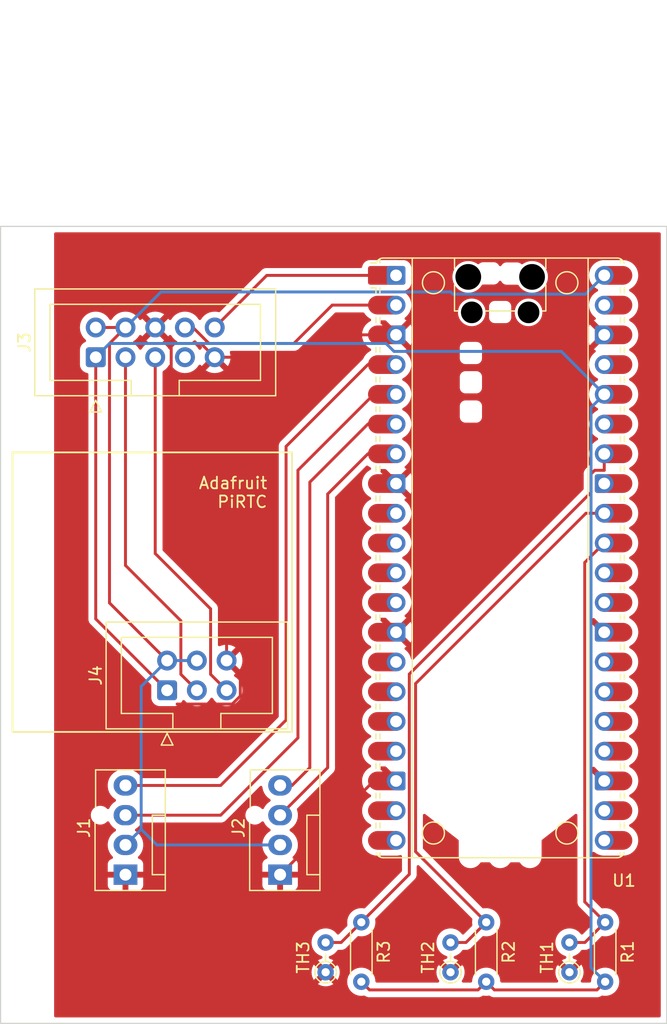
<source format=kicad_pcb>
(kicad_pcb (version 20221018) (generator pcbnew)
  (layers (0 "F.Cu" signal) (31 "B.Cu" signal) (34 "B.Paste" user) (35 "F.Paste" user) (36 "B.SilkS" user "B.Silkscreen") (37 "F.SilkS" user "F.Silkscreen") (38 "B.Mask" user) (39 "F.Mask" user) (44 "Edge.Cuts" user))
  (net 0 "")
  (net 1 "Earth")
  (net 2 "+5V")
  (net 3 "/J1_Tach")
  (net 4 "/J1_PWM")
  (net 5 "/J2_Tach")
  (net 6 "/J2_PWM")
  (net 7 "+3.3V")
  (net 8 "/I2C_Data")
  (net 9 "/I2C_Clock")
  (net 11 "/UART - Pi -> Pico")
  (net 12 "/UART - Pico -> Pi")
  (net 13 "/Temp3")
  (net 14 "/Temp1")
  (net 15 "/Temp2")
  (footprint "Module_RaspberryPi_Pico:RaspberryPi_Pico_Common" (layer "F.Cu") (at 116.84 88.767)
    (fp_text reference "U1" (at 9.476 27.565 unlocked) (layer "F.SilkS") (effects (justify left)))
    (fp_text value "RaspberryPi_Pico")
    (pad "" np_thru_hole circle (at -2.725 -24) (size 2.2 2.2) (drill 2.2) (layers "*.Mask"))
    (pad "" np_thru_hole circle (at -2.425 -20.97) (size 1.85 1.85) (drill 1.85) (layers "*.Mask"))
    (pad "" np_thru_hole circle (at 2.425 -20.97) (size 1.85 1.85) (drill 1.85) (layers "*.Mask"))
    (pad "" np_thru_hole circle (at 2.725 -24) (size 2.2 2.2) (drill 2.2) (layers "*.Mask"))
    (pad "1" thru_hole roundrect (at -8.89 -24.13) (size 1.6 1.6) (drill 1) (layers "*.Mask" "F.Cu" "In1.Cu" "B.Cu") (roundrect_rratio 0.125) (net 12 "/UART - Pico -> Pi"))
    (pad "1" smd custom (at -8.89 -24.13) (size 1.6 1.6) (layers "F.Cu" "F.Mask") (net 12 "/UART - Pico -> Pi") (options (clearance outline) (anchor circle)) (primitives (gr_poly (pts (xy -2.4 0.6) (xy -2.4 -0.6) (xy -2.2 -0.8) (xy 0 -0.8) (xy 0 0.8) (xy -2.2 0.8)) (width 0) (fill yes)) (gr_circle (center -2.2 0.6) (end -2 0.6) (width 0) (fill yes)) (gr_circle (center -2.2 -0.6) (end -2 -0.6) (width 0) (fill yes))))
    (pad "2" thru_hole circle (at -8.89 -21.59) (size 1.6 1.6) (drill 1) (layers "*.Mask" "F.Cu" "In1.Cu" "B.Cu") (net 11 "/UART - Pi -> Pico"))
    (pad "2" smd roundrect (at -8.89 -21.59) (size 3.2 1.6) (drill (offset -0.8 0)) (layers "F.Cu" "F.Mask") (roundrect_rratio 0.5) (net 11 "/UART - Pi -> Pico"))
    (pad "3" thru_hole custom (at -8.89 -19.05) (size 1.6 1.6) (drill 1) (layers "*.Mask" "F.Cu" "In1.Cu" "B.Cu") (net 1 "Earth") (options (clearance outline) (anchor circle)) (primitives (gr_poly (pts (xy 0.8 0.6) (xy 0.8 -0.6) (xy 0.6 -0.8) (xy 0 -0.8) (xy 0 0.8) (xy 0.6 0.8)) (width 0) (fill yes)) (gr_circle (center 0.6 0.6) (end 0.8 0.6) (width 0) (fill yes)) (gr_circle (center 0.6 -0.6) (end 0.8 -0.6) (width 0) (fill yes))))
    (pad "3" smd custom (at -8.89 -19.05) (size 1.6 1.6) (layers "F.Cu" "F.Mask") (net 1 "Earth") (options (clearance outline) (anchor circle)) (primitives (gr_poly (pts (xy 0.8 -0.6) (xy 0.8 0.6) (xy 0.6 0.8) (xy -1.6 0.8) (xy -1.6 -0.8) (xy 0.6 -0.8)) (width 0) (fill yes)) (gr_circle (center 0.6 0.6) (end 0.8 0.6) (width 0) (fill yes)) (gr_circle (center 0.6 -0.6) (end 0.8 -0.6) (width 0) (fill yes)) (gr_circle (center -1.6 0) (end -0.8 0) (width 0) (fill yes))))
    (pad "4" thru_hole circle (at -8.89 -16.51) (size 1.6 1.6) (drill 1) (layers "*.Mask" "F.Cu" "In1.Cu" "B.Cu") (net 4 "/J1_PWM"))
    (pad "4" smd roundrect (at -8.89 -16.51) (size 3.2 1.6) (drill (offset -0.8 0)) (layers "F.Cu" "F.Mask") (roundrect_rratio 0.5) (net 4 "/J1_PWM"))
    (pad "5" thru_hole circle (at -8.89 -13.97) (size 1.6 1.6) (drill 1) (layers "*.Mask" "F.Cu" "In1.Cu" "B.Cu") (net 3 "/J1_Tach"))
    (pad "5" smd roundrect (at -8.89 -13.97) (size 3.2 1.6) (drill (offset -0.8 0)) (layers "F.Cu" "F.Mask") (roundrect_rratio 0.5) (net 3 "/J1_Tach"))
    (pad "6" thru_hole circle (at -8.89 -11.43) (size 1.6 1.6) (drill 1) (layers "*.Mask" "F.Cu" "In1.Cu" "B.Cu") (net 6 "/J2_PWM"))
    (pad "6" smd roundrect (at -8.89 -11.43) (size 3.2 1.6) (drill (offset -0.8 0)) (layers "F.Cu" "F.Mask") (roundrect_rratio 0.5) (net 6 "/J2_PWM"))
    (pad "7" thru_hole circle (at -8.89 -8.89) (size 1.6 1.6) (drill 1) (layers "*.Mask" "F.Cu" "In1.Cu" "B.Cu") (net 5 "/J2_Tach"))
    (pad "7" smd roundrect (at -8.89 -8.89) (size 3.2 1.6) (drill (offset -0.8 0)) (layers "F.Cu" "F.Mask") (roundrect_rratio 0.5) (net 5 "/J2_Tach"))
    (pad "8" thru_hole custom (at -8.89 -6.35) (size 1.6 1.6) (drill 1) (layers "*.Mask" "F.Cu" "In1.Cu" "B.Cu") (net 1 "Earth") (options (clearance outline) (anchor circle)) (primitives (gr_poly (pts (xy 0.8 0.6) (xy 0.8 -0.6) (xy 0.6 -0.8) (xy 0 -0.8) (xy 0 0.8) (xy 0.6 0.8)) (width 0) (fill yes)) (gr_circle (center 0.6 0.6) (end 0.8 0.6) (width 0) (fill yes)) (gr_circle (center 0.6 -0.6) (end 0.8 -0.6) (width 0) (fill yes))))
    (pad "8" smd custom (at -8.89 -6.35) (size 1.6 1.6) (layers "F.Cu" "F.Mask") (net 1 "Earth") (options (clearance outline) (anchor circle)) (primitives (gr_poly (pts (xy 0.8 -0.6) (xy 0.8 0.6) (xy 0.6 0.8) (xy -1.6 0.8) (xy -1.6 -0.8) (xy 0.6 -0.8)) (width 0) (fill yes)) (gr_circle (center 0.6 0.6) (end 0.8 0.6) (width 0) (fill yes)) (gr_circle (center 0.6 -0.6) (end 0.8 -0.6) (width 0) (fill yes)) (gr_circle (center -1.6 0) (end -0.8 0) (width 0) (fill yes))))
    (pad "9" thru_hole circle (at -8.89 -3.81) (size 1.6 1.6) (drill 1) (layers "*.Mask" "F.Cu" "In1.Cu" "B.Cu"))
    (pad "9" smd roundrect (at -8.89 -3.81) (size 3.2 1.6) (drill (offset -0.8 0)) (layers "F.Cu" "F.Mask") (roundrect_rratio 0.5))
    (pad "10" thru_hole circle (at -8.89 -1.27) (size 1.6 1.6) (drill 1) (layers "*.Mask" "F.Cu" "In1.Cu" "B.Cu"))
    (pad "10" smd roundrect (at -8.89 -1.27) (size 3.2 1.6) (drill (offset -0.8 0)) (layers "F.Cu" "F.Mask") (roundrect_rratio 0.5))
    (pad "11" thru_hole circle (at -8.89 1.27) (size 1.6 1.6) (drill 1) (layers "*.Mask" "F.Cu" "In1.Cu" "B.Cu"))
    (pad "11" smd roundrect (at -8.89 1.27) (size 3.2 1.6) (drill (offset -0.8 0)) (layers "F.Cu" "F.Mask") (roundrect_rratio 0.5))
    (pad "12" thru_hole circle (at -8.89 3.81) (size 1.6 1.6) (drill 1) (layers "*.Mask" "F.Cu" "In1.Cu" "B.Cu"))
    (pad "12" smd roundrect (at -8.89 3.81) (size 3.2 1.6) (drill (offset -0.8 0)) (layers "F.Cu" "F.Mask") (roundrect_rratio 0.5))
    (pad "13" thru_hole custom (at -8.89 6.35) (size 1.6 1.6) (drill 1) (layers "*.Mask" "F.Cu" "In1.Cu" "B.Cu") (net 1 "Earth") (options (clearance outline) (anchor circle)) (primitives (gr_poly (pts (xy 0.8 0.6) (xy 0.8 -0.6) (xy 0.6 -0.8) (xy 0 -0.8) (xy 0 0.8) (xy 0.6 0.8)) (width 0) (fill yes)) (gr_circle (center 0.6 0.6) (end 0.8 0.6) (width 0) (fill yes)) (gr_circle (center 0.6 -0.6) (end 0.8 -0.6) (width 0) (fill yes))))
    (pad "13" smd custom (at -8.89 6.35) (size 1.6 1.6) (layers "F.Cu" "F.Mask") (net 1 "Earth") (options (clearance outline) (anchor circle)) (primitives (gr_poly (pts (xy 0.8 -0.6) (xy 0.8 0.6) (xy 0.6 0.8) (xy -1.6 0.8) (xy -1.6 -0.8) (xy 0.6 -0.8)) (width 0) (fill yes)) (gr_circle (center 0.6 0.6) (end 0.8 0.6) (width 0) (fill yes)) (gr_circle (center 0.6 -0.6) (end 0.8 -0.6) (width 0) (fill yes)) (gr_circle (center -1.6 0) (end -0.8 0) (width 0) (fill yes))))
    (pad "14" thru_hole circle (at -8.89 8.89) (size 1.6 1.6) (drill 1) (layers "*.Mask" "F.Cu" "In1.Cu" "B.Cu"))
    (pad "14" smd roundrect (at -8.89 8.89) (size 3.2 1.6) (drill (offset -0.8 0)) (layers "F.Cu" "F.Mask") (roundrect_rratio 0.5))
    (pad "15" thru_hole circle (at -8.89 11.43) (size 1.6 1.6) (drill 1) (layers "*.Mask" "F.Cu" "In1.Cu" "B.Cu"))
    (pad "15" smd roundrect (at -8.89 11.43) (size 3.2 1.6) (drill (offset -0.8 0)) (layers "F.Cu" "F.Mask") (roundrect_rratio 0.5))
    (pad "16" thru_hole circle (at -8.89 13.97) (size 1.6 1.6) (drill 1) (layers "*.Mask" "F.Cu" "In1.Cu" "B.Cu"))
    (pad "16" smd roundrect (at -8.89 13.97) (size 3.2 1.6) (drill (offset -0.8 0)) (layers "F.Cu" "F.Mask") (roundrect_rratio 0.5))
    (pad "17" thru_hole circle (at -8.89 16.51) (size 1.6 1.6) (drill 1) (layers "*.Mask" "F.Cu" "In1.Cu" "B.Cu"))
    (pad "17" smd roundrect (at -8.89 16.51) (size 3.2 1.6) (drill (offset -0.8 0)) (layers "F.Cu" "F.Mask") (roundrect_rratio 0.5))
    (pad "18" thru_hole custom (at -8.89 19.05) (size 1.6 1.6) (drill 1) (layers "*.Mask" "F.Cu" "In1.Cu" "B.Cu") (net 1 "Earth") (options (clearance outline) (anchor circle)) (primitives (gr_poly (pts (xy 0.8 0.6) (xy 0.8 -0.6) (xy 0.6 -0.8) (xy 0 -0.8) (xy 0 0.8) (xy 0.6 0.8)) (width 0) (fill yes)) (gr_circle (center 0.6 0.6) (end 0.8 0.6) (width 0) (fill yes)) (gr_circle (center 0.6 -0.6) (end 0.8 -0.6) (width 0) (fill yes))))
    (pad "18" smd custom (at -8.89 19.05) (size 1.6 1.6) (layers "F.Cu" "F.Mask") (net 1 "Earth") (options (clearance outline) (anchor circle)) (primitives (gr_poly (pts (xy 0.8 -0.6) (xy 0.8 0.6) (xy 0.6 0.8) (xy -1.6 0.8) (xy -1.6 -0.8) (xy 0.6 -0.8)) (width 0) (fill yes)) (gr_circle (center 0.6 0.6) (end 0.8 0.6) (width 0) (fill yes)) (gr_circle (center 0.6 -0.6) (end 0.8 -0.6) (width 0) (fill yes)) (gr_circle (center -1.6 0) (end -0.8 0) (width 0) (fill yes))))
    (pad "19" thru_hole circle (at -8.89 21.59) (size 1.6 1.6) (drill 1) (layers "*.Mask" "F.Cu" "In1.Cu" "B.Cu"))
    (pad "19" smd roundrect (at -8.89 21.59) (size 3.2 1.6) (drill (offset -0.8 0)) (layers "F.Cu" "F.Mask") (roundrect_rratio 0.5))
    (pad "20" thru_hole circle (at -8.89 24.13) (size 1.6 1.6) (drill 1) (layers "*.Mask" "F.Cu" "In1.Cu" "B.Cu"))
    (pad "20" smd roundrect (at -8.89 24.13) (size 3.2 1.6) (drill (offset -0.8 0)) (layers "F.Cu" "F.Mask") (roundrect_rratio 0.5))
    (pad "21" thru_hole circle (at 8.89 24.13) (size 1.6 1.6) (drill 1) (layers "*.Mask" "F.Cu" "In1.Cu" "B.Cu"))
    (pad "21" smd roundrect (at 8.89 24.13) (size 3.2 1.6) (drill (offset 0.8 0)) (layers "F.Cu" "F.Mask") (roundrect_rratio 0.5))
    (pad "22" thru_hole circle (at 8.89 21.59) (size 1.6 1.6) (drill 1) (layers "*.Mask" "F.Cu" "In1.Cu" "B.Cu"))
    (pad "22" smd roundrect (at 8.89 21.59) (size 3.2 1.6) (drill (offset 0.8 0)) (layers "F.Cu" "F.Mask") (roundrect_rratio 0.5))
    (pad "23" thru_hole custom (at 8.89 19.05) (size 1.6 1.6) (drill 1) (layers "*.Mask" "F.Cu" "In1.Cu" "B.Cu") (net 1 "Earth") (options (clearance outline) (anchor circle)) (primitives (gr_poly (pts (xy -0.8 0.6) (xy -0.8 -0.6) (xy -0.6 -0.8) (xy 0 -0.8) (xy 0 0.8) (xy -0.6 0.8)) (width 0) (fill yes)) (gr_circle (center -0.6 0.6) (end -0.4 0.6) (width 0) (fill yes)) (gr_circle (center -0.6 -0.6) (end -0.4 -0.6) (width 0) (fill yes))))
    (pad "23" smd custom (at 8.89 19.05) (size 1.6 1.6) (layers "F.Cu" "F.Mask") (net 1 "Earth") (options (clearance outline) (anchor circle)) (primitives (gr_poly (pts (xy -0.8 -0.6) (xy -0.8 0.6) (xy -0.6 0.8) (xy 1.6 0.8) (xy 1.6 -0.8) (xy -0.6 -0.8)) (width 0) (fill yes)) (gr_circle (center -0.6 0.6) (end -0.4 0.6) (width 0) (fill yes)) (gr_circle (center -0.6 -0.6) (end -0.4 -0.6) (width 0) (fill yes)) (gr_circle (center 1.6 0) (end 2.4 0) (width 0) (fill yes))))
    (pad "24" thru_hole circle (at 8.89 16.51) (size 1.6 1.6) (drill 1) (layers "*.Mask" "F.Cu" "In1.Cu" "B.Cu"))
    (pad "24" smd roundrect (at 8.89 16.51) (size 3.2 1.6) (drill (offset 0.8 0)) (layers "F.Cu" "F.Mask") (roundrect_rratio 0.5))
    (pad "25" thru_hole circle (at 8.89 13.97) (size 1.6 1.6) (drill 1) (layers "*.Mask" "F.Cu" "In1.Cu" "B.Cu"))
    (pad "25" smd roundrect (at 8.89 13.97) (size 3.2 1.6) (drill (offset 0.8 0)) (layers "F.Cu" "F.Mask") (roundrect_rratio 0.5))
    (pad "26" thru_hole circle (at 8.89 11.43) (size 1.6 1.6) (drill 1) (layers "*.Mask" "F.Cu" "In1.Cu" "B.Cu"))
    (pad "26" smd roundrect (at 8.89 11.43) (size 3.2 1.6) (drill (offset 0.8 0)) (layers "F.Cu" "F.Mask") (roundrect_rratio 0.5))
    (pad "27" thru_hole circle (at 8.89 8.89) (size 1.6 1.6) (drill 1) (layers "*.Mask" "F.Cu" "In1.Cu" "B.Cu"))
    (pad "27" smd roundrect (at 8.89 8.89) (size 3.2 1.6) (drill (offset 0.8 0)) (layers "F.Cu" "F.Mask") (roundrect_rratio 0.5))
    (pad "28" thru_hole custom (at 8.89 6.35) (size 1.6 1.6) (drill 1) (layers "*.Mask" "F.Cu" "In1.Cu" "B.Cu") (net 1 "Earth") (options (clearance outline) (anchor circle)) (primitives (gr_poly (pts (xy -0.8 0.6) (xy -0.8 -0.6) (xy -0.6 -0.8) (xy 0 -0.8) (xy 0 0.8) (xy -0.6 0.8)) (width 0) (fill yes)) (gr_circle (center -0.6 0.6) (end -0.4 0.6) (width 0) (fill yes)) (gr_circle (center -0.6 -0.6) (end -0.4 -0.6) (width 0) (fill yes))))
    (pad "28" smd custom (at 8.89 6.35) (size 1.6 1.6) (layers "F.Cu" "F.Mask") (net 1 "Earth") (options (clearance outline) (anchor circle)) (primitives (gr_poly (pts (xy -0.8 -0.6) (xy -0.8 0.6) (xy -0.6 0.8) (xy 1.6 0.8) (xy 1.6 -0.8) (xy -0.6 -0.8)) (width 0) (fill yes)) (gr_circle (center -0.6 0.6) (end -0.4 0.6) (width 0) (fill yes)) (gr_circle (center -0.6 -0.6) (end -0.4 -0.6) (width 0) (fill yes)) (gr_circle (center 1.6 0) (end 2.4 0) (width 0) (fill yes))))
    (pad "29" thru_hole circle (at 8.89 3.81) (size 1.6 1.6) (drill 1) (layers "*.Mask" "F.Cu" "In1.Cu" "B.Cu"))
    (pad "29" smd roundrect (at 8.89 3.81) (size 3.2 1.6) (drill (offset 0.8 0)) (layers "F.Cu" "F.Mask") (roundrect_rratio 0.5))
    (pad "30" thru_hole circle (at 8.89 1.27) (size 1.6 1.6) (drill 1) (layers "*.Mask" "F.Cu" "In1.Cu" "B.Cu"))
    (pad "30" smd roundrect (at 8.89 1.27) (size 3.2 1.6) (drill (offset 0.8 0)) (layers "F.Cu" "F.Mask") (roundrect_rratio 0.5))
    (pad "31" thru_hole circle (at 8.89 -1.27) (size 1.6 1.6) (drill 1) (layers "*.Mask" "F.Cu" "In1.Cu" "B.Cu") (net 14 "/Temp1"))
    (pad "31" smd roundrect (at 8.89 -1.27) (size 3.2 1.6) (drill (offset 0.8 0)) (layers "F.Cu" "F.Mask") (roundrect_rratio 0.5) (net 14 "/Temp1"))
    (pad "32" thru_hole circle (at 8.89 -3.81) (size 1.6 1.6) (drill 1) (layers "*.Mask" "F.Cu" "In1.Cu" "B.Cu") (net 15 "/Temp2"))
    (pad "32" smd roundrect (at 8.89 -3.81) (size 3.2 1.6) (drill (offset 0.8 0)) (layers "F.Cu" "F.Mask") (roundrect_rratio 0.5) (net 15 "/Temp2"))
    (pad "33" thru_hole custom (at 8.89 -6.35) (size 1.6 1.6) (drill 1) (layers "*.Mask" "F.Cu" "In1.Cu" "B.Cu") (options (clearance outline) (anchor circle)) (primitives (gr_poly (pts (xy -0.8 0.6) (xy -0.8 -0.6) (xy -0.6 -0.8) (xy 0 -0.8) (xy 0 0.8) (xy -0.6 0.8)) (width 0) (fill yes)) (gr_circle (center -0.6 0.6) (end -0.4 0.6) (width 0) (fill yes)) (gr_circle (center -0.6 -0.6) (end -0.4 -0.6) (width 0) (fill yes))))
    (pad "33" smd custom (at 8.89 -6.35) (size 1.6 1.6) (layers "F.Cu" "F.Mask") (options (clearance outline) (anchor circle)) (primitives (gr_poly (pts (xy -0.8 -0.6) (xy -0.8 0.6) (xy -0.6 0.8) (xy 1.6 0.8) (xy 1.6 -0.8) (xy -0.6 -0.8)) (width 0) (fill yes)) (gr_circle (center -0.6 0.6) (end -0.4 0.6) (width 0) (fill yes)) (gr_circle (center -0.6 -0.6) (end -0.4 -0.6) (width 0) (fill yes)) (gr_circle (center 1.6 0) (end 2.4 0) (width 0) (fill yes))))
    (pad "34" thru_hole circle (at 8.89 -8.89) (size 1.6 1.6) (drill 1) (layers "*.Mask" "F.Cu" "In1.Cu" "B.Cu") (net 13 "/Temp3"))
    (pad "34" smd roundrect (at 8.89 -8.89) (size 3.2 1.6) (drill (offset 0.8 0)) (layers "F.Cu" "F.Mask") (roundrect_rratio 0.5) (net 13 "/Temp3"))
    (pad "35" thru_hole circle (at 8.89 -11.43) (size 1.6 1.6) (drill 1) (layers "*.Mask" "F.Cu" "In1.Cu" "B.Cu"))
    (pad "35" smd roundrect (at 8.89 -11.43) (size 3.2 1.6) (drill (offset 0.8 0)) (layers "F.Cu" "F.Mask") (roundrect_rratio 0.5))
    (pad "36" thru_hole circle (at 8.89 -13.97) (size 1.6 1.6) (drill 1) (layers "*.Mask" "F.Cu" "In1.Cu" "B.Cu") (net 7 "+3.3V"))
    (pad "36" smd roundrect (at 8.89 -13.97) (size 3.2 1.6) (drill (offset 0.8 0)) (layers "F.Cu" "F.Mask") (roundrect_rratio 0.5) (net 7 "+3.3V"))
    (pad "37" thru_hole circle (at 8.89 -16.51) (size 1.6 1.6) (drill 1) (layers "*.Mask" "F.Cu" "In1.Cu" "B.Cu"))
    (pad "37" smd roundrect (at 8.89 -16.51) (size 3.2 1.6) (drill (offset 0.8 0)) (layers "F.Cu" "F.Mask") (roundrect_rratio 0.5))
    (pad "38" thru_hole custom (at 8.89 -19.05) (size 1.6 1.6) (drill 1) (layers "*.Mask" "F.Cu" "In1.Cu" "B.Cu") (net 1 "Earth") (options (clearance outline) (anchor circle)) (primitives (gr_poly (pts (xy -0.8 0.6) (xy -0.8 -0.6) (xy -0.6 -0.8) (xy 0 -0.8) (xy 0 0.8) (xy -0.6 0.8)) (width 0) (fill yes)) (gr_circle (center -0.6 0.6) (end -0.4 0.6) (width 0) (fill yes)) (gr_circle (center -0.6 -0.6) (end -0.4 -0.6) (width 0) (fill yes))))
    (pad "38" smd custom (at 8.89 -19.05) (size 1.6 1.6) (layers "F.Cu" "F.Mask") (net 1 "Earth") (options (clearance outline) (anchor circle)) (primitives (gr_poly (pts (xy -0.8 -0.6) (xy -0.8 0.6) (xy -0.6 0.8) (xy 1.6 0.8) (xy 1.6 -0.8) (xy -0.6 -0.8)) (width 0) (fill yes)) (gr_circle (center -0.6 0.6) (end -0.4 0.6) (width 0) (fill yes)) (gr_circle (center -0.6 -0.6) (end -0.4 -0.6) (width 0) (fill yes)) (gr_circle (center 1.6 0) (end 2.4 0) (width 0) (fill yes))))
    (pad "39" thru_hole circle (at 8.89 -21.59) (size 1.6 1.6) (drill 1) (layers "*.Mask" "F.Cu" "In1.Cu" "B.Cu"))
    (pad "39" smd roundrect (at 8.89 -21.59) (size 3.2 1.6) (drill (offset 0.8 0)) (layers "F.Cu" "F.Mask") (roundrect_rratio 0.5))
    (pad "40" thru_hole circle (at 8.89 -24.13) (size 1.6 1.6) (drill 1) (layers "*.Mask" "F.Cu" "In1.Cu" "B.Cu") (net 2 "+5V"))
    (pad "40" smd roundrect (at 8.89 -24.13) (size 3.2 1.6) (drill (offset 0.8 0)) (layers "F.Cu" "F.Mask") (roundrect_rratio 0.5) (net 2 "+5V"))
    (zone (net 0) (net_name "") (layers "*.Cu" "*.Paste") (name "Antenna Copper Keep Out") (connect_pads (clearance 0)) (min_thickness 0.254)
      (keepout (tracks not_allowed) (vias not_allowed) (pads not_allowed) (copperpour not_allowed) (footprints allowed))
      (fill (thermal_gap 0.508) (thermal_bridge_width 0.508))
      (polygon (pts (xy 114.44 113.756895) (xy 109.74 110.106895) (xy 109.74 105.767) (xy 123.94 105.767) (xy 123.94 110.106895) (xy 119.24 113.756895) (xy 119.24 114.767) (xy 114.44 114.767)))
    )
    (zone (net 0) (net_name "") (layers "F.Cu" "F.Paste") (name "Pad Keep Out D1-W") (connect_pads (clearance 0)) (min_thickness 0.25)
      (keepout (tracks not_allowed) (vias not_allowed) (pads not_allowed) (copperpour not_allowed) (footprints allowed))
      (fill (thermal_gap 0.5) (thermal_bridge_width 0.5))
      (polygon (pts (xy 116.468778 93.567398) (xy 116.524498 93.511678) (xy 116.5973 93.481522) (xy 116.6367 93.4796) (xy 117.4241 93.4796) (xy 117.4241 95.4544) (xy 116.6367 95.4544) (xy 116.5973 95.452478) (xy 116.524498 95.422322) (xy 116.468778 95.366602) (xy 116.438622 95.2938) (xy 116.4367 95.2544) (xy 116.4367 93.6796) (xy 116.438622 93.6402)))
    )
    (zone (net 0) (net_name "") (layers "F.Cu" "F.Paste") (name "Pad Keep Out D1-W") (connect_pads (clearance 0)) (min_thickness 0.25)
      (keepout (tracks not_allowed) (vias not_allowed) (pads not_allowed) (copperpour not_allowed) (footprints allowed))
      (fill (thermal_gap 0.5) (thermal_bridge_width 0.5))
      (polygon (pts (xy 118.2115 95.4544) (xy 117.4241 95.4544) (xy 117.4241 93.4796) (xy 118.2115 93.4796) (xy 118.2509 93.481522) (xy 118.323702 93.511677) (xy 118.379423 93.567398) (xy 118.409578 93.6402) (xy 118.4115 93.6796) (xy 118.4115 95.2544) (xy 118.409578 95.2938) (xy 118.379423 95.366602) (xy 118.323702 95.422323) (xy 118.2509 95.452478)))
    )
    (zone (net 0) (net_name "") (layers "F.Cu" "F.Paste") (name "Pad Keep Out TP4") (connect_pads (clearance 0)) (min_thickness 0.25)
      (keepout (tracks not_allowed) (vias not_allowed) (pads not_allowed) (copperpour not_allowed) (footprints allowed))
      (fill (thermal_gap 0.5) (thermal_bridge_width 0.5))
      (polygon (pts (xy 113.824455 72.214861) (xy 113.697833 72.180932) (xy 113.584306 72.115388) (xy 113.491612 72.022694) (xy 113.426068 71.909167) (xy 113.392139 71.782545) (xy 113.39 71.717) (xy 113.39 71.267) (xy 115.29 71.267) (xy 115.29 71.717) (xy 115.287861 71.782545) (xy 115.253932 71.909167) (xy 115.188388 72.022694) (xy 115.095694 72.115388) (xy 114.982167 72.180932) (xy 114.855545 72.214861) (xy 114.79 72.217) (xy 113.89 72.217)))
    )
    (zone (net 0) (net_name "") (layers "F.Cu" "F.Paste") (name "Pad Keep Out TP5") (connect_pads (clearance 0)) (min_thickness 0.25)
      (keepout (tracks not_allowed) (vias not_allowed) (pads not_allowed) (copperpour not_allowed) (footprints allowed))
      (fill (thermal_gap 0.5) (thermal_bridge_width 0.5))
      (polygon (pts (xy 113.824455 74.714861) (xy 113.697833 74.680932) (xy 113.584306 74.615388) (xy 113.491612 74.522694) (xy 113.426068 74.409167) (xy 113.392139 74.282545) (xy 113.39 74.217) (xy 113.39 73.767) (xy 115.29 73.767) (xy 115.29 74.217) (xy 115.287861 74.282545) (xy 115.253932 74.409167) (xy 115.188388 74.522694) (xy 115.095694 74.615388) (xy 114.982167 74.680932) (xy 114.855545 74.714861) (xy 114.79 74.717) (xy 113.89 74.717)))
    )
    (zone (net 0) (net_name "") (layers "F.Cu" "F.Paste") (name "Pad Keep Out TP6") (connect_pads (clearance 0)) (min_thickness 0.25)
      (keepout (tracks not_allowed) (vias not_allowed) (pads not_allowed) (copperpour not_allowed) (footprints allowed))
      (fill (thermal_gap 0.5) (thermal_bridge_width 0.5))
      (polygon (pts (xy 113.824455 77.214861) (xy 113.697833 77.180932) (xy 113.584306 77.115388) (xy 113.491612 77.022694) (xy 113.426068 76.909167) (xy 113.392139 76.782545) (xy 113.39 76.717) (xy 113.39 76.267) (xy 115.29 76.267) (xy 115.29 76.717) (xy 115.287861 76.782545) (xy 115.253932 76.909167) (xy 115.188388 77.022694) (xy 115.095694 77.115388) (xy 114.982167 77.180932) (xy 114.855545 77.214861) (xy 114.79 77.217) (xy 113.89 77.217)))
    )
    (zone (net 0) (net_name "") (layers "F.Cu" "F.Paste") (name "Pad Keep Out TP3") (connect_pads (clearance 0)) (min_thickness 0.25)
      (keepout (tracks not_allowed) (vias not_allowed) (pads not_allowed) (copperpour not_allowed) (footprints allowed))
      (fill (thermal_gap 0.5) (thermal_bridge_width 0.5))
      (polygon (pts (xy 114.892139 63.951455) (xy 114.926068 63.824833) (xy 114.991612 63.711306) (xy 115.084306 63.618612) (xy 115.197833 63.553068) (xy 115.324455 63.519139) (xy 115.39 63.517) (xy 115.84 63.517) (xy 115.84 65.417) (xy 115.39 65.417) (xy 115.324455 65.414861) (xy 115.197833 65.380932) (xy 115.084306 65.315388) (xy 114.991612 65.222694) (xy 114.926068 65.109167) (xy 114.892139 64.982545) (xy 114.89 64.917) (xy 114.89 64.017)))
    )
    (zone (net 0) (net_name "") (layers "F.Cu" "F.Paste") (name "Pad Keep Out TP4") (connect_pads (clearance 0)) (min_thickness 0.25)
      (keepout (tracks not_allowed) (vias not_allowed) (pads not_allowed) (copperpour not_allowed) (footprints allowed))
      (fill (thermal_gap 0.5) (thermal_bridge_width 0.5))
      (polygon (pts (xy 115.29 71.267) (xy 115.29 70.817) (xy 115.287861 70.751455) (xy 115.253933 70.624833) (xy 115.188388 70.511306) (xy 115.095694 70.418612) (xy 114.982167 70.353067) (xy 114.855545 70.319139) (xy 114.79 70.317) (xy 113.89 70.317) (xy 113.824455 70.319139) (xy 113.697833 70.353067) (xy 113.584306 70.418612) (xy 113.491612 70.511306) (xy 113.426067 70.624833) (xy 113.392139 70.751455) (xy 113.39 70.817) (xy 113.39 71.267)))
    )
    (zone (net 0) (net_name "") (layers "F.Cu" "F.Paste") (name "Pad Keep Out TP5") (connect_pads (clearance 0)) (min_thickness 0.25)
      (keepout (tracks not_allowed) (vias not_allowed) (pads not_allowed) (copperpour not_allowed) (footprints allowed))
      (fill (thermal_gap 0.5) (thermal_bridge_width 0.5))
      (polygon (pts (xy 115.29 73.767) (xy 115.29 73.317) (xy 115.287861 73.251455) (xy 115.253933 73.124833) (xy 115.188388 73.011306) (xy 115.095694 72.918612) (xy 114.982167 72.853067) (xy 114.855545 72.819139) (xy 114.79 72.817) (xy 113.89 72.817) (xy 113.824455 72.819139) (xy 113.697833 72.853067) (xy 113.584306 72.918612) (xy 113.491612 73.011306) (xy 113.426067 73.124833) (xy 113.392139 73.251455) (xy 113.39 73.317) (xy 113.39 73.767)))
    )
    (zone (net 0) (net_name "") (layers "F.Cu" "F.Paste") (name "Pad Keep Out TP6") (connect_pads (clearance 0)) (min_thickness 0.25)
      (keepout (tracks not_allowed) (vias not_allowed) (pads not_allowed) (copperpour not_allowed) (footprints allowed))
      (fill (thermal_gap 0.5) (thermal_bridge_width 0.5))
      (polygon (pts (xy 115.29 76.267) (xy 115.29 75.817) (xy 115.287861 75.751455) (xy 115.253933 75.624833) (xy 115.188388 75.511306) (xy 115.095694 75.418612) (xy 114.982167 75.353067) (xy 114.855545 75.319139) (xy 114.79 75.317) (xy 113.89 75.317) (xy 113.824455 75.319139) (xy 113.697833 75.353067) (xy 113.584306 75.418612) (xy 113.491612 75.511306) (xy 113.426067 75.624833) (xy 113.392139 75.751455) (xy 113.39 75.817) (xy 113.39 76.267)))
    )
    (zone (net 0) (net_name "") (layers "F.Cu" "F.Paste") (name "Pad Keep Out TP3") (connect_pads (clearance 0)) (min_thickness 0.25)
      (keepout (tracks not_allowed) (vias not_allowed) (pads not_allowed) (copperpour not_allowed) (footprints allowed))
      (fill (thermal_gap 0.5) (thermal_bridge_width 0.5))
      (polygon (pts (xy 115.84 65.417) (xy 116.29 65.417) (xy 116.355545 65.414861) (xy 116.482167 65.380933) (xy 116.595694 65.315388) (xy 116.688388 65.222694) (xy 116.753933 65.109167) (xy 116.787861 64.982545) (xy 116.79 64.917) (xy 116.79 64.017) (xy 116.787861 63.951455) (xy 116.753933 63.824833) (xy 116.688388 63.711306) (xy 116.595694 63.618612) (xy 116.482167 63.553067) (xy 116.355545 63.519139) (xy 116.29 63.517) (xy 115.84 63.517)))
    )
    (zone (net 0) (net_name "") (layers "F.Cu" "F.Paste") (name "Pad Keep Out TP1") (connect_pads (clearance 0)) (min_thickness 0.25)
      (keepout (tracks not_allowed) (vias not_allowed) (pads not_allowed) (copperpour not_allowed) (footprints allowed))
      (fill (thermal_gap 0.5) (thermal_bridge_width 0.5))
      (polygon (pts (xy 115.892139 67.251455) (xy 115.926068 67.124833) (xy 115.991612 67.011306) (xy 116.084306 66.918612) (xy 116.197833 66.853068) (xy 116.324455 66.819139) (xy 116.39 66.817) (xy 116.84 66.817) (xy 116.84 68.717) (xy 116.39 68.717) (xy 116.324455 68.714861) (xy 116.197833 68.680932) (xy 116.084306 68.615388) (xy 115.991612 68.522694) (xy 115.926068 68.409167) (xy 115.892139 68.282545) (xy 115.89 68.217) (xy 115.89 67.317)))
    )
    (zone (net 0) (net_name "") (layers "F.Cu" "F.Paste") (name "Pad Keep Out D2") (connect_pads (clearance 0)) (min_thickness 0.25)
      (keepout (tracks not_allowed) (vias not_allowed) (pads not_allowed) (copperpour not_allowed) (footprints allowed))
      (fill (thermal_gap 0.5) (thermal_bridge_width 0.5))
      (polygon (pts (xy 116.24 111.667) (xy 116.84 111.667) (arc (start 116.84 115.267) (mid 116.132893 114.974107) (end 115.84 114.267)) (xy 115.84 112.067) (xy 115.842193 112.003994) (xy 115.881133 111.884148) (xy 115.955201 111.782201) (xy 116.057148 111.708133) (xy 116.176994 111.669193)))
    )
    (zone (net 0) (net_name "") (layers "F.Cu" "F.Paste") (name "Pad Keep Out TP1") (connect_pads (clearance 0)) (min_thickness 0.25)
      (keepout (tracks not_allowed) (vias not_allowed) (pads not_allowed) (copperpour not_allowed) (footprints allowed))
      (fill (thermal_gap 0.5) (thermal_bridge_width 0.5))
      (polygon (pts (xy 116.84 68.717) (xy 117.29 68.717) (xy 117.355545 68.714861) (xy 117.482167 68.680933) (xy 117.595694 68.615388) (xy 117.688388 68.522694) (xy 117.753933 68.409167) (xy 117.787861 68.282545) (xy 117.79 68.217) (xy 117.79 67.317) (xy 117.787861 67.251455) (xy 117.753933 67.124833) (xy 117.688388 67.011306) (xy 117.595694 66.918612) (xy 117.482167 66.853067) (xy 117.355545 66.819139) (xy 117.29 66.817) (xy 116.84 66.817)))
    )
    (zone (net 0) (net_name "") (layers "F.Cu" "F.Paste") (name "Pad Keep Out TP2") (connect_pads (clearance 0)) (min_thickness 0.25)
      (keepout (tracks not_allowed) (vias not_allowed) (pads not_allowed) (copperpour not_allowed) (footprints allowed))
      (fill (thermal_gap 0.5) (thermal_bridge_width 0.5))
      (polygon (pts (xy 116.892139 63.966455) (xy 116.926068 63.839833) (xy 116.991612 63.726306) (xy 117.084306 63.633612) (xy 117.197833 63.568068) (xy 117.324455 63.534139) (xy 117.39 63.532) (xy 117.84 63.532) (xy 117.84 65.432) (xy 117.39 65.432) (xy 117.324455 65.429861) (xy 117.197833 65.395932) (xy 117.084306 65.330388) (xy 116.991612 65.237694) (xy 116.926068 65.124167) (xy 116.892139 64.997545) (xy 116.89 64.932) (xy 116.89 64.032)))
    )
    (zone (net 0) (net_name "") (layers "F.Cu" "F.Paste") (name "Pad Keep Out D2") (connect_pads (clearance 0)) (min_thickness 0.25)
      (keepout (tracks not_allowed) (vias not_allowed) (pads not_allowed) (copperpour not_allowed) (footprints allowed))
      (fill (thermal_gap 0.5) (thermal_bridge_width 0.5))
      (polygon (pts (xy 117.44 111.667) (xy 117.502964 111.669462) (xy 117.622728 111.708376) (xy 117.724606 111.782394) (xy 117.798624 111.884272) (xy 117.837538 112.004036) (xy 117.84 112.067) (arc (start 117.84 114.267) (mid 117.547107 114.974107) (end 116.84 115.267)) (xy 116.84 111.667)))
    )
    (zone (net 0) (net_name "") (layers "F.Cu" "F.Paste") (name "Pad Keep Out TP2") (connect_pads (clearance 0)) (min_thickness 0.25)
      (keepout (tracks not_allowed) (vias not_allowed) (pads not_allowed) (copperpour not_allowed) (footprints allowed))
      (fill (thermal_gap 0.5) (thermal_bridge_width 0.5))
      (polygon (pts (xy 117.84 65.432) (xy 118.29 65.432) (xy 118.355545 65.429861) (xy 118.482167 65.395933) (xy 118.595694 65.330388) (xy 118.688388 65.237694) (xy 118.753933 65.124167) (xy 118.787861 64.997545) (xy 118.79 64.932) (xy 118.79 64.032) (xy 118.787861 63.966455) (xy 118.753933 63.839833) (xy 118.688388 63.726306) (xy 118.595694 63.633612) (xy 118.482167 63.568067) (xy 118.355545 63.534139) (xy 118.29 63.532) (xy 117.84 63.532)))
    )
    (zone (net 0) (net_name "") (layers "F.Cu" "F.Paste") (name "Pad Keep Out D1") (connect_pads (clearance 0)) (min_thickness 0.25)
      (keepout (tracks not_allowed) (vias not_allowed) (pads not_allowed) (copperpour not_allowed) (footprints allowed))
      (fill (thermal_gap 0.5) (thermal_bridge_width 0.5))
      (polygon (pts (arc (start 113.3 114.267) (mid 113.592893 114.974107) (end 114.3 115.267)) (arc (start 114.3 111.667) (mid 113.592893 111.959893) (end 113.3 112.667))))
    )
    (zone (net 0) (net_name "") (layers "F.Cu" "F.Paste") (name "Pad Keep Out D1") (connect_pads (clearance 0)) (min_thickness 0.25)
      (keepout (tracks not_allowed) (vias not_allowed) (pads not_allowed) (copperpour not_allowed) (footprints allowed))
      (fill (thermal_gap 0.5) (thermal_bridge_width 0.5))
      (polygon (pts (arc (start 114.3 115.267) (mid 115.007107 114.974107) (end 115.3 114.267)) (arc (start 115.3 112.667) (mid 115.007107 111.959893) (end 114.3 111.667))))
    )
    (zone (net 0) (net_name "") (layers "F.Cu" "F.Paste") (name "Pad Keep Out D3") (connect_pads (clearance 0)) (min_thickness 0.25)
      (keepout (tracks not_allowed) (vias not_allowed) (pads not_allowed) (copperpour not_allowed) (footprints allowed))
      (fill (thermal_gap 0.5) (thermal_bridge_width 0.5))
      (polygon (pts (arc (start 118.380141 114.266925) (mid 118.673034 114.974032) (end 119.380141 115.266925)) (arc (start 119.380141 111.666925) (mid 118.673034 111.959818) (end 118.380141 112.666925))))
    )
    (zone (net 0) (net_name "") (layers "F.Cu" "F.Paste") (name "Pad Keep Out D3") (connect_pads (clearance 0)) (min_thickness 0.25)
      (keepout (tracks not_allowed) (vias not_allowed) (pads not_allowed) (copperpour not_allowed) (footprints allowed))
      (fill (thermal_gap 0.5) (thermal_bridge_width 0.5))
      (polygon (pts (arc (start 119.380141 115.266925) (mid 120.087248 114.974032) (end 120.380141 114.266925)) (arc (start 120.380141 112.666925) (mid 120.087248 111.959818) (end 119.380141 111.666925))))
    )
    (zone (net 0) (net_name "") (layers "F.Cu" "F.Paste") (name "Pad Keep Out D2-W") (connect_pads (clearance 0)) (min_thickness 0.254)
      (keepout (tracks not_allowed) (vias not_allowed) (pads not_allowed) (copperpour not_allowed) (footprints allowed))
      (fill (thermal_gap 0.508) (thermal_bridge_width 0.508))
      (polygon (pts (xy 120.956278 94.467) (xy 120.937382 94.274285) (xy 120.881414 94.08891) (xy 120.790506 93.917937) (xy 120.66812 93.767877) (xy 120.518919 93.644447) (xy 120.348584 93.552348) (xy 120.163605 93.495087) (xy 119.971027 93.474846) (xy 119.778184 93.492396) (xy 119.592424 93.547069) (xy 119.42082 93.636781) (xy 119.269909 93.758116) (xy 119.145441 93.906452) (xy 119.052154 94.07614) (xy 118.993603 94.260715) (xy 118.972019 94.453147) (xy 118.988222 94.646107) (xy 119.041596 94.832245) (xy 119.130108 95.004471) (xy 119.250387 95.156225) (xy 119.397851 95.281726) (xy 119.566882 95.376195) (xy 119.751044 95.436033) (xy 119.943321 95.45896) (xy 120.13639 95.444105) (xy 120.322896 95.392031) (xy 120.495736 95.304724) (xy 120.648325 95.185507) (xy 120.774853 95.038923) (xy 120.8705 94.870555) (xy 120.931622 94.686816) (xy 120.955891 94.494703)))
    )
    (zone (net 0) (net_name "") (layers "F.Cu" "F.Paste") (name "Pad Keep Out D3-W") (connect_pads (clearance 0)) (min_thickness 0.254)
      (keepout (tracks not_allowed) (vias not_allowed) (pads not_allowed) (copperpour not_allowed) (footprints allowed))
      (fill (thermal_gap 0.508) (thermal_bridge_width 0.508))
      (polygon (pts (xy 123.496278 94.467) (xy 123.477382 94.274285) (xy 123.421414 94.08891) (xy 123.330506 93.917937) (xy 123.20812 93.767877) (xy 123.058919 93.644447) (xy 122.888584 93.552348) (xy 122.703605 93.495087) (xy 122.511027 93.474846) (xy 122.318184 93.492396) (xy 122.132424 93.547069) (xy 121.96082 93.636781) (xy 121.809909 93.758116) (xy 121.685441 93.906452) (xy 121.592154 94.07614) (xy 121.533603 94.260715) (xy 121.512019 94.453147) (xy 121.528222 94.646107) (xy 121.581596 94.832245) (xy 121.670108 95.004471) (xy 121.790387 95.156225) (xy 121.937851 95.281726) (xy 122.106882 95.376195) (xy 122.291044 95.436033) (xy 122.483321 95.45896) (xy 122.67639 95.444105) (xy 122.862896 95.392031) (xy 123.035736 95.304724) (xy 123.188325 95.185507) (xy 123.314853 95.038923) (xy 123.4105 94.870555) (xy 123.471622 94.686816) (xy 123.495891 94.494703)))
    )
  )
  (footprint "Resistor_THT:R_Axial_DIN0204_L3.6mm_D1.6mm_P5.08mm_Horizontal" (layer "F.Cu") (at 125.808 119.888 -90)
    (fp_text reference "R1" (at 2.54 -1.92 90) (layer "F.SilkS"))
    (fp_text value "R_US" hide)
    (pad "1" thru_hole circle (at 0 0 270) (size 1.4 1.4) (drill 0.7) (layers "*.Cu" "*.Mask") (net 14 "/Temp1"))
    (pad "2" thru_hole oval (at 5.08 0 270) (size 1.4 1.4) (drill 0.7) (layers "*.Cu" "*.Mask") (net 7 "+3.3V"))
  )
  (footprint "Resistor_THT:R_Axial_DIN0204_L3.6mm_D1.6mm_P2.54mm_Vertical" (layer "F.Cu") (at 122.76 124.156 90)
    (fp_text reference "TH1" (at 1.27 -1.92 90) (layer "F.SilkS"))
    (fp_text value "Thermistor_NTC" hide)
    (pad "1" thru_hole circle (at 0 0 90) (size 1.4 1.4) (drill 0.7) (layers "*.Cu" "*.Mask") (net 1 "Earth"))
    (pad "2" thru_hole oval (at 2.54 0 90) (size 1.4 1.4) (drill 0.7) (layers "*.Cu" "*.Mask") (net 14 "/Temp1"))
  )
  (footprint "Connector_IDC:IDC-Header_2x05_P2.54mm_Vertical" (layer "F.Cu") (at 82.296 71.628 90)
    (fp_text reference "J3" (at 1.27 -6.1 90) (layer "F.SilkS"))
    (fp_text value "Companion")
    (pad "1" thru_hole roundrect (at 0 0 90) (size 1.7 1.7) (drill 1) (layers "*.Cu" "*.Mask") (roundrect_rratio 0.147059) (net 7 "+3.3V"))
    (pad "2" thru_hole circle (at 2.54 0 90) (size 1.7 1.7) (drill 1) (layers "*.Cu" "*.Mask") (net 2 "+5V"))
    (pad "3" thru_hole circle (at 0 2.54 90) (size 1.7 1.7) (drill 1) (layers "*.Cu" "*.Mask") (net 8 "/I2C_Data"))
    (pad "4" thru_hole circle (at 2.54 2.54 90) (size 1.7 1.7) (drill 1) (layers "*.Cu" "*.Mask") (net 2 "+5V"))
    (pad "5" thru_hole circle (at 0 5.08 90) (size 1.7 1.7) (drill 1) (layers "*.Cu" "*.Mask") (net 9 "/I2C_Clock"))
    (pad "6" thru_hole circle (at 2.54 5.08 90) (size 1.7 1.7) (drill 1) (layers "*.Cu" "*.Mask") (net 1 "Earth"))
    (pad "7" thru_hole circle (at 0 7.62 90) (size 1.7 1.7) (drill 1) (layers "*.Cu" "*.Mask"))
    (pad "8" thru_hole circle (at 2.54 7.62 90) (size 1.7 1.7) (drill 1) (layers "*.Cu" "*.Mask") (net 11 "/UART - Pi -> Pico"))
    (pad "9" thru_hole circle (at 0 10.16 90) (size 1.7 1.7) (drill 1) (layers "*.Cu" "*.Mask") (net 1 "Earth"))
    (pad "10" thru_hole circle (at 2.54 10.16 90) (size 1.7 1.7) (drill 1) (layers "*.Cu" "*.Mask") (net 12 "/UART - Pico -> Pi"))
  )
  (footprint "Resistor_THT:R_Axial_DIN0204_L3.6mm_D1.6mm_P2.54mm_Vertical" (layer "F.Cu") (at 101.932 124.156 90)
    (fp_text reference "TH3" (at 1.27 -1.92 90) (layer "F.SilkS"))
    (fp_text value "Thermistor_NTC" hide)
    (pad "1" thru_hole circle (at 0 0 90) (size 1.4 1.4) (drill 0.7) (layers "*.Cu" "*.Mask") (net 1 "Earth"))
    (pad "2" thru_hole oval (at 2.54 0 90) (size 1.4 1.4) (drill 0.7) (layers "*.Cu" "*.Mask") (net 13 "/Temp3"))
  )
  (footprint "Connector:FanPinHeader_1x04_P2.54mm_Vertical" (layer "F.Cu") (at 98.044 115.824 90)
    (fp_text reference "J2" (at 4 -3.55 90) (layer "F.SilkS"))
    (fp_text value "PWM_Fan")
    (pad "" np_thru_hole circle (at 5.08 -2.16 180) (size 1.1 1.1) (drill 1.1) (layers "*.Cu" "*.Mask"))
    (pad "1" thru_hole rect (at 0 0 180) (size 2.03 1.73) (drill 1.02) (layers "*.Cu" "*.Mask") (net 1 "Earth"))
    (pad "2" thru_hole oval (at 2.54 0 180) (size 2.03 1.73) (drill 1.02) (layers "*.Cu" "*.Mask") (net 2 "+5V"))
    (pad "3" thru_hole oval (at 5.08 0 180) (size 2.03 1.73) (drill 1.02) (layers "*.Cu" "*.Mask") (net 5 "/J2_Tach"))
    (pad "4" thru_hole oval (at 7.62 0 180) (size 2.03 1.73) (drill 1.02) (layers "*.Cu" "*.Mask") (net 6 "/J2_PWM"))
  )
  (footprint "Connector:FanPinHeader_1x04_P2.54mm_Vertical" (layer "F.Cu") (at 84.836 115.824 90)
    (fp_text reference "J1" (at 4 -3.55 90) (layer "F.SilkS"))
    (fp_text value "PWM_Fan")
    (pad "" np_thru_hole circle (at 5.08 -2.16 180) (size 1.1 1.1) (drill 1.1) (layers "*.Cu" "*.Mask"))
    (pad "1" thru_hole rect (at 0 0 180) (size 2.03 1.73) (drill 1.02) (layers "*.Cu" "*.Mask") (net 1 "Earth"))
    (pad "2" thru_hole oval (at 2.54 0 180) (size 2.03 1.73) (drill 1.02) (layers "*.Cu" "*.Mask") (net 2 "+5V"))
    (pad "3" thru_hole oval (at 5.08 0 180) (size 2.03 1.73) (drill 1.02) (layers "*.Cu" "*.Mask") (net 3 "/J1_Tach"))
    (pad "4" thru_hole oval (at 7.62 0 180) (size 2.03 1.73) (drill 1.02) (layers "*.Cu" "*.Mask") (net 4 "/J1_PWM"))
  )
  (footprint "Resistor_THT:R_Axial_DIN0204_L3.6mm_D1.6mm_P5.08mm_Horizontal" (layer "F.Cu") (at 115.648 119.888 -90)
    (fp_text reference "R2" (at 2.54 -1.92 90) (layer "F.SilkS"))
    (fp_text value "R_US" hide)
    (pad "1" thru_hole circle (at 0 0 270) (size 1.4 1.4) (drill 0.7) (layers "*.Cu" "*.Mask") (net 15 "/Temp2"))
    (pad "2" thru_hole oval (at 5.08 0 270) (size 1.4 1.4) (drill 0.7) (layers "*.Cu" "*.Mask") (net 7 "+3.3V"))
  )
  (footprint "Connector_IDC:IDC-Header_2x03_P2.54mm_Vertical" (layer "F.Cu") (at 88.392 100.076 90)
    (fp_text reference "J4" (at 1.27 -6.1 90) (layer "F.SilkS"))
    (fp_text value "PiRTC Passthrough")
    (pad "1" thru_hole roundrect (at 0 0 90) (size 1.7 1.7) (drill 1) (layers "*.Cu" "*.Mask") (roundrect_rratio 0.147059) (net 7 "+3.3V"))
    (pad "2" thru_hole circle (at 2.54 0 90) (size 1.7 1.7) (drill 1) (layers "*.Cu" "*.Mask") (net 2 "+5V"))
    (pad "3" thru_hole circle (at 0 2.54 90) (size 1.7 1.7) (drill 1) (layers "*.Cu" "*.Mask") (net 8 "/I2C_Data"))
    (pad "4" thru_hole circle (at 2.54 2.54 90) (size 1.7 1.7) (drill 1) (layers "*.Cu" "*.Mask") (net 2 "+5V"))
    (pad "5" thru_hole circle (at 0 5.08 90) (size 1.7 1.7) (drill 1) (layers "*.Cu" "*.Mask") (net 9 "/I2C_Clock"))
    (pad "6" thru_hole circle (at 2.54 5.08 90) (size 1.7 1.7) (drill 1) (layers "*.Cu" "*.Mask") (net 1 "Earth"))
  )
  (footprint "Resistor_THT:R_Axial_DIN0204_L3.6mm_D1.6mm_P5.08mm_Horizontal" (layer "F.Cu") (at 104.98 119.888 -90)
    (fp_text reference "R3" (at 2.54 -1.92 90) (layer "F.SilkS"))
    (fp_text value "R_US" hide)
    (pad "1" thru_hole circle (at 0 0 270) (size 1.4 1.4) (drill 0.7) (layers "*.Cu" "*.Mask") (net 13 "/Temp3"))
    (pad "2" thru_hole oval (at 5.08 0 270) (size 1.4 1.4) (drill 0.7) (layers "*.Cu" "*.Mask") (net 7 "+3.3V"))
  )
  (footprint "Resistor_THT:R_Axial_DIN0204_L3.6mm_D1.6mm_P2.54mm_Vertical" (layer "F.Cu") (at 112.6 124.156 90)
    (fp_text reference "TH2" (at 1.27 -1.92 90) (layer "F.SilkS"))
    (fp_text value "Thermistor_NTC" hide)
    (pad "1" thru_hole circle (at 0 0 90) (size 1.4 1.4) (drill 0.7) (layers "*.Cu" "*.Mask") (net 1 "Earth"))
    (pad "2" thru_hole oval (at 2.54 0 90) (size 1.4 1.4) (drill 0.7) (layers "*.Cu" "*.Mask") (net 15 "/Temp2"))
  )
  (gr_rect (start 75.184 79.756) (end 99.06 103.632) (stroke (width 0.15)) (fill none) (layer "F.SilkS"))
  (gr_rect (start 74.168 60.452) (end 131.064 128.524) (stroke (width 0.1)) (fill none) (layer "Edge.Cuts"))
  (gr_text "Adafruit\nPiRTC" (at 97.028 81.788) (layer "F.SilkS") (effects (font (size 1 1)) (justify right top)))
  (segment (start 94.647 100.562701) (end 94.647 98.711) (width 0.25) (layer "F.Cu") (net 1))
  (segment (start 102.632 123.456) (end 111.9 123.456) (width 0.25) (layer "F.Cu") (net 1))
  (segment (start 87.376 69.088) (end 88.741 70.453) (width 0.25) (layer "F.Cu") (net 1))
  (segment (start 113.3 123.456) (end 122.06 123.456) (width 0.25) (layer "F.Cu") (net 1))
  (segment (start 89.249 101.251) (end 93.958701 101.251) (width 0.25) (layer "F.Cu") (net 1))
  (segment (start 106.051 107.817) (end 107.95 107.817) (width 0.25) (layer "F.Cu") (net 1))
  (segment (start 122.06 123.456) (end 122.76 124.156) (width 0.25) (layer "F.Cu") (net 1))
  (segment (start 93.958701 101.251) (end 94.647 100.562701) (width 0.25) (layer "F.Cu") (net 1))
  (segment (start 88.741 70.453) (end 88.741 87.217) (width 0.25) (layer "F.Cu") (net 1))
  (segment (start 98.044 120.268) (end 98.044 115.824) (width 0.25) (layer "F.Cu") (net 1))
  (segment (start 88.741 87.217) (end 93.472 91.948) (width 0.25) (layer "F.Cu") (net 1))
  (segment (start 88.741 70.453) (end 91.281 70.453) (width 0.25) (layer "F.Cu") (net 1))
  (segment (start 101.092 71.628) (end 103.003 69.717) (width 0.25) (layer "F.Cu") (net 1))
  (segment (start 101.932 124.156) (end 98.044 120.268) (width 0.25) (layer "F.Cu") (net 1))
  (segment (start 112.6 124.156) (end 113.3 123.456) (width 0.25) (layer "F.Cu") (net 1))
  (segment (start 112.6 124.156) (end 111.9 123.456) (width 0.25) (layer "F.Cu") (net 1))
  (segment (start 94.647 98.711) (end 93.472 97.536) (width 0.25) (layer "F.Cu") (net 1))
  (segment (start 103.003 69.717) (end 107.95 69.717) (width 0.25) (layer "F.Cu") (net 1))
  (segment (start 91.281 70.453) (end 92.456 71.628) (width 0.25) (layer "F.Cu") (net 1))
  (segment (start 101.932 124.156) (end 102.632 123.456) (width 0.25) (layer "F.Cu") (net 1))
  (segment (start 92.456 71.628) (end 101.092 71.628) (width 0.25) (layer "F.Cu") (net 1))
  (segment (start 98.044 115.824) (end 84.836 115.824) (width 0.25) (layer "F.Cu") (net 1))
  (segment (start 98.044 115.824) (end 106.051 107.817) (width 0.25) (layer "F.Cu") (net 1))
  (segment (start 93.472 91.948) (end 93.472 97.536) (width 0.25) (layer "F.Cu") (net 1))
  (segment (start 83.471 70.453) (end 83.471 92.615) (width 0.25) (layer "F.Cu") (net 2))
  (segment (start 83.471 92.615) (end 88.392 97.536) (width 0.25) (layer "F.Cu") (net 2))
  (segment (start 84.836 69.088) (end 83.471 70.453) (width 0.25) (layer "F.Cu") (net 2))
  (segment (start 84.836 69.088) (end 82.296 69.088) (width 0.25) (layer "F.Cu") (net 2))
  (segment (start 98.044 113.284) (end 87.516 113.284) (width 0.25) (layer "B.Cu") (net 2))
  (segment (start 87.872 66.052) (end 84.836 69.088) (width 0.25) (layer "B.Cu") (net 2))
  (segment (start 124.125 66.242) (end 112.802 66.242) (width 0.25) (layer "B.Cu") (net 2))
  (segment (start 86.176 99.752) (end 86.176 111.944) (width 0.25) (layer "B.Cu") (net 2))
  (segment (start 112.802 66.242) (end 112.612 66.052) (width 0.25) (layer "B.Cu") (net 2))
  (segment (start 86.176 111.944) (end 84.836 113.284) (width 0.25) (layer "B.Cu") (net 2))
  (segment (start 112.612 66.052) (end 87.872 66.052) (width 0.25) (layer "B.Cu") (net 2))
  (segment (start 87.516 113.284) (end 86.176 111.944) (width 0.25) (layer "B.Cu") (net 2))
  (segment (start 88.392 97.536) (end 90.932 97.536) (width 0.25) (layer "B.Cu") (net 2))
  (segment (start 88.392 97.536) (end 86.176 99.752) (width 0.25) (layer "B.Cu") (net 2))
  (segment (start 125.73 64.637) (end 124.125 66.242) (width 0.25) (layer "B.Cu") (net 2))
  (segment (start 92.964 110.744) (end 99.568 104.14) (width 0.25) (layer "F.Cu") (net 3))
  (segment (start 99.568 81.28) (end 106.051 74.797) (width 0.25) (layer "F.Cu") (net 3))
  (segment (start 84.836 110.744) (end 92.964 110.744) (width 0.25) (layer "F.Cu") (net 3))
  (segment (start 99.568 104.14) (end 99.568 81.28) (width 0.25) (layer "F.Cu") (net 3))
  (segment (start 106.051 74.797) (end 107.95 74.797) (width 0.25) (layer "F.Cu") (net 3))
  (segment (start 98.552 102.616) (end 98.552 79.248) (width 0.25) (layer "F.Cu") (net 4))
  (segment (start 98.552 79.248) (end 105.543 72.257) (width 0.25) (layer "F.Cu") (net 4))
  (segment (start 84.836 108.204) (end 92.964 108.204) (width 0.25) (layer "F.Cu") (net 4))
  (segment (start 105.543 72.257) (end 107.95 72.257) (width 0.25) (layer "F.Cu") (net 4))
  (segment (start 92.964 108.204) (end 98.552 102.616) (width 0.25) (layer "F.Cu") (net 4))
  (segment (start 102.108 106.68) (end 102.108 83.312) (width 0.25) (layer "F.Cu") (net 5))
  (segment (start 98.044 110.744) (end 102.108 106.68) (width 0.25) (layer "F.Cu") (net 5))
  (segment (start 102.108 83.312) (end 105.543 79.877) (width 0.25) (layer "F.Cu") (net 5))
  (segment (start 105.543 79.877) (end 107.95 79.877) (width 0.25) (layer "F.Cu") (net 5))
  (segment (start 100.584 106.68) (end 100.584 82.296) (width 0.25) (layer "F.Cu") (net 6))
  (segment (start 105.543 77.337) (end 107.95 77.337) (width 0.25) (layer "F.Cu") (net 6))
  (segment (start 100.584 82.296) (end 105.543 77.337) (width 0.25) (layer "F.Cu") (net 6))
  (segment (start 98.044 108.204) (end 99.06 108.204) (width 0.25) (layer "F.Cu") (net 6))
  (segment (start 99.06 108.204) (end 100.584 106.68) (width 0.25) (layer "F.Cu") (net 6))
  (segment (start 125.108 125.668) (end 125.808 124.968) (width 0.25) (layer "F.Cu") (net 7))
  (segment (start 104.98 124.968) (end 105.68 125.668) (width 0.25) (layer "F.Cu") (net 7))
  (segment (start 105.68 125.668) (end 114.948 125.668) (width 0.25) (layer "F.Cu") (net 7))
  (segment (start 115.648 124.968) (end 116.348 125.668) (width 0.25) (layer "F.Cu") (net 7))
  (segment (start 82.296 71.628) (end 82.296 93.98) (width 0.25) (layer "F.Cu") (net 7))
  (segment (start 82.296 93.98) (end 88.392 100.076) (width 0.25) (layer "F.Cu") (net 7))
  (segment (start 114.948 125.668) (end 115.648 124.968) (width 0.25) (layer "F.Cu") (net 7))
  (segment (start 116.348 125.668) (end 125.108 125.668) (width 0.25) (layer "F.Cu") (net 7))
  (segment (start 126.86137 74.797) (end 125.73 74.797) (width 0.25) (layer "F.Cu") (net 7))
  (segment (start 107.774008 71.132) (end 122.065 71.132) (width 0.25) (layer "B.Cu") (net 7))
  (segment (start 82.296 71.628) (end 83.471 70.453) (width 0.25) (layer "B.Cu") (net 7))
  (segment (start 122.065 71.132) (end 125.73 74.797) (width 0.25) (layer "B.Cu") (net 7))
  (segment (start 124.599857 75.927143) (end 125.73 74.797) (width 0.25) (layer "B.Cu") (net 7))
  (segment (start 125.808 124.968) (end 124.599857 123.759857) (width 0.25) (layer "B.Cu") (net 7))
  (segment (start 124.599857 123.759857) (end 124.599857 75.927143) (width 0.25) (layer "B.Cu") (net 7))
  (segment (start 107.095008 70.453) (end 107.774008 71.132) (width 0.25) (layer "B.Cu") (net 7))
  (segment (start 107.095008 70.453) (end 83.471 70.453) (width 0.25) (layer "B.Cu") (net 7))
  (segment (start 89.567 98.711) (end 90.932 100.076) (width 0.25) (layer "F.Cu") (net 8))
  (segment (start 89.567 94.139) (end 89.567 98.711) (width 0.25) (layer "F.Cu") (net 8))
  (segment (start 84.836 89.408) (end 89.567 94.139) (width 0.25) (layer "F.Cu") (net 8))
  (segment (start 84.836 71.628) (end 84.836 89.408) (width 0.25) (layer "F.Cu") (net 8))
  (segment (start 87.376 88.392) (end 92.107 93.123) (width 0.25) (layer "F.Cu") (net 9))
  (segment (start 92.107 98.711) (end 93.472 100.076) (width 0.25) (layer "F.Cu") (net 9))
  (segment (start 87.376 71.628) (end 87.376 88.392) (width 0.25) (layer "F.Cu") (net 9))
  (segment (start 92.107 93.123) (end 92.107 98.711) (width 0.25) (layer "F.Cu") (net 9))
  (segment (start 90.604299 69.088) (end 91.969299 70.453) (width 0.25) (layer "F.Cu") (net 11))
  (segment (start 99.219 70.453) (end 102.495 67.177) (width 0.25) (layer "F.Cu") (net 11))
  (segment (start 91.969299 70.453) (end 99.219 70.453) (width 0.25) (layer "F.Cu") (net 11))
  (segment (start 102.495 67.177) (end 107.95 67.177) (width 0.25) (layer "F.Cu") (net 11))
  (segment (start 89.916 69.088) (end 90.604299 69.088) (width 0.25) (layer "F.Cu") (net 11))
  (segment (start 92.456 69.088) (end 96.907 64.637) (width 0.25) (layer "F.Cu") (net 12))
  (segment (start 96.907 64.637) (end 107.95 64.637) (width 0.25) (layer "F.Cu") (net 12))
  (segment (start 101.932 121.616) (end 103.252 121.616) (width 0.25) (layer "F.Cu") (net 13))
  (segment (start 109.080143 98.691857) (end 124.599857 83.172143) (width 0.25) (layer "F.Cu") (net 13))
  (segment (start 109.080143 115.787857) (end 109.080143 98.691857) (width 0.25) (layer "F.Cu") (net 13))
  (segment (start 124.599857 83.172143) (end 124.599857 81.59923) (width 0.25) (layer "F.Cu") (net 13))
  (segment (start 124.599857 81.59923) (end 124.912149 81.286938) (width 0.25) (layer "F.Cu") (net 13))
  (segment (start 104.98 119.888) (end 109.080143 115.787857) (width 0.25) (layer "F.Cu") (net 13))
  (segment (start 103.252 121.616) (end 104.98 119.888) (width 0.25) (layer "F.Cu") (net 13))
  (segment (start 124.912149 81.286938) (end 125.73 81.286938) (width 0.25) (layer "F.Cu") (net 13))
  (segment (start 125.73 81.286938) (end 125.73 79.877) (width 0.25) (layer "F.Cu") (net 13))
  (segment (start 124.065 89.162) (end 125.73 87.497) (width 0.25) (layer "F.Cu") (net 14))
  (segment (start 124.065 118.145) (end 124.065 89.162) (width 0.25) (layer "F.Cu") (net 14))
  (segment (start 124.08 121.616) (end 125.808 119.888) (width 0.25) (layer "F.Cu") (net 14))
  (segment (start 125.808 119.888) (end 124.065 118.145) (width 0.25) (layer "F.Cu") (net 14))
  (segment (start 122.76 121.616) (end 124.08 121.616) (width 0.25) (layer "F.Cu") (net 14))
  (segment (start 115.648 119.888) (end 109.615 113.855) (width 0.25) (layer "F.Cu") (net 15))
  (segment (start 112.6 121.616) (end 113.92 121.616) (width 0.25) (layer "F.Cu") (net 15))
  (segment (start 113.92 121.616) (end 115.648 119.888) (width 0.25) (layer "F.Cu") (net 15))
  (segment (start 124.163 84.957) (end 125.73 84.957) (width 0.25) (layer "F.Cu") (net 15))
  (segment (start 109.615 113.855) (end 109.615 99.505) (width 0.25) (layer "F.Cu") (net 15))
  (segment (start 109.615 99.505) (end 124.163 84.957) (width 0.25) (layer "F.Cu") (net 15))
  (zone (net 1) (net_name "Earth") (layer "F.Cu") (connect_pads (clearance 0.5)) (min_thickness 0.25) (fill yes (thermal_gap 0.5) (thermal_bridge_width 0.5))
    (polygon (pts (xy 78.74 60.96) (xy 130.556 60.96) (xy 130.556 128.016) (xy 78.74 128.016)))
  )
)
</source>
